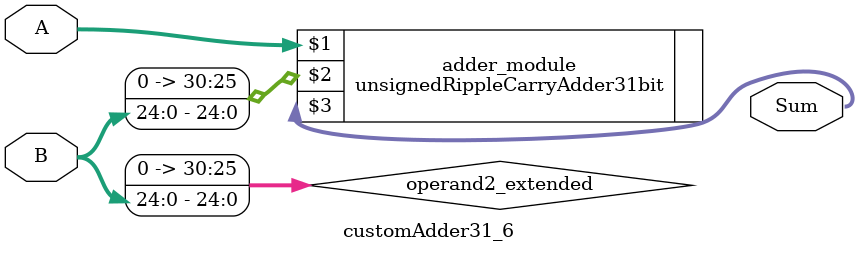
<source format=v>

module customAdder31_6(
                    input [30 : 0] A,
                    input [24 : 0] B,
                    
                    output [31 : 0] Sum
            );

    wire [30 : 0] operand2_extended;
    
    assign operand2_extended =  {6'b0, B};
    
    unsignedRippleCarryAdder31bit adder_module(
        A,
        operand2_extended,
        Sum
    );
    
endmodule
        
</source>
